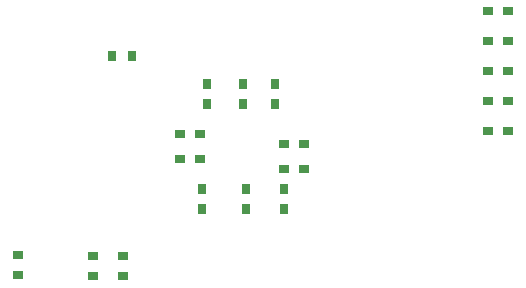
<source format=gbp>
G04 DipTrace 3.3.1.1*
G04 BottomPaste.gbp*
%MOIN*%
G04 #@! TF.FileFunction,Paste,Bot*
G04 #@! TF.Part,Single*
%ADD105R,0.035433X0.031496*%
%ADD107R,0.031496X0.035433*%
%FSLAX26Y26*%
G04*
G70*
G90*
G75*
G01*
G04 BotPaste*
%LPD*%
D105*
X1047736Y1078076D3*
X1114665D3*
D107*
X1265576Y910236D3*
Y977165D3*
D105*
X1461541Y1124950D3*
X1394612D3*
D107*
X1256201Y1327165D3*
Y1260236D3*
D105*
X1047736Y1159325D3*
X1114665D3*
D107*
X1118701Y910236D3*
Y977165D3*
X1393701Y910236D3*
Y977165D3*
D105*
X1461541Y1043701D3*
X1394612D3*
D107*
X1362450Y1327165D3*
Y1260236D3*
X1137450Y1327165D3*
Y1260236D3*
D105*
X2139665Y1468701D3*
X2072736D3*
X2139665Y1368701D3*
X2072736D3*
X2139665Y1268701D3*
X2072736D3*
X2139665Y1568701D3*
X2072736D3*
X2139665Y1168701D3*
X2072736D3*
D107*
X818701Y1418701D3*
X885630D3*
D105*
X506201Y756201D3*
Y689272D3*
X756201Y752165D3*
Y685236D3*
X856201Y752165D3*
Y685236D3*
M02*

</source>
